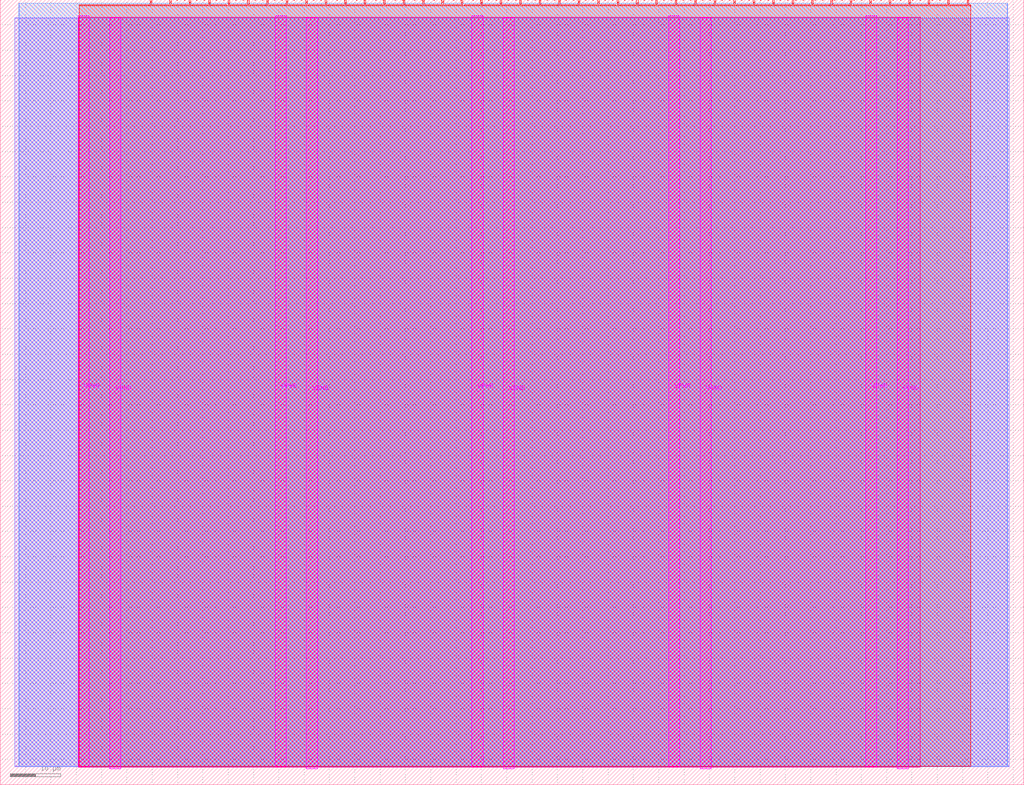
<source format=lef>
VERSION 5.7 ;
  NOWIREEXTENSIONATPIN ON ;
  DIVIDERCHAR "/" ;
  BUSBITCHARS "[]" ;
MACRO tt_um_dranoel06_SAP1
  CLASS BLOCK ;
  FOREIGN tt_um_dranoel06_SAP1 ;
  ORIGIN 0.000 0.000 ;
  SIZE 202.080 BY 154.980 ;
  PIN VGND
    DIRECTION INOUT ;
    USE GROUND ;
    PORT
      LAYER TopMetal1 ;
        RECT 21.580 3.150 23.780 151.420 ;
    END
    PORT
      LAYER TopMetal1 ;
        RECT 60.450 3.150 62.650 151.420 ;
    END
    PORT
      LAYER TopMetal1 ;
        RECT 99.320 3.150 101.520 151.420 ;
    END
    PORT
      LAYER TopMetal1 ;
        RECT 138.190 3.150 140.390 151.420 ;
    END
    PORT
      LAYER TopMetal1 ;
        RECT 177.060 3.150 179.260 151.420 ;
    END
  END VGND
  PIN VPWR
    DIRECTION INOUT ;
    USE POWER ;
    PORT
      LAYER TopMetal1 ;
        RECT 15.380 3.560 17.580 151.830 ;
    END
    PORT
      LAYER TopMetal1 ;
        RECT 54.250 3.560 56.450 151.830 ;
    END
    PORT
      LAYER TopMetal1 ;
        RECT 93.120 3.560 95.320 151.830 ;
    END
    PORT
      LAYER TopMetal1 ;
        RECT 131.990 3.560 134.190 151.830 ;
    END
    PORT
      LAYER TopMetal1 ;
        RECT 170.860 3.560 173.060 151.830 ;
    END
  END VPWR
  PIN clk
    DIRECTION INPUT ;
    USE SIGNAL ;
    ANTENNAGATEAREA 0.725400 ;
    PORT
      LAYER Metal4 ;
        RECT 187.050 153.980 187.350 154.980 ;
    END
  END clk
  PIN ena
    DIRECTION INPUT ;
    USE SIGNAL ;
    PORT
      LAYER Metal4 ;
        RECT 190.890 153.980 191.190 154.980 ;
    END
  END ena
  PIN rst_n
    DIRECTION INPUT ;
    USE SIGNAL ;
    ANTENNAGATEAREA 1.450800 ;
    PORT
      LAYER Metal4 ;
        RECT 183.210 153.980 183.510 154.980 ;
    END
  END rst_n
  PIN ui_in[0]
    DIRECTION INPUT ;
    USE SIGNAL ;
    ANTENNAGATEAREA 0.180700 ;
    PORT
      LAYER Metal4 ;
        RECT 179.370 153.980 179.670 154.980 ;
    END
  END ui_in[0]
  PIN ui_in[1]
    DIRECTION INPUT ;
    USE SIGNAL ;
    ANTENNAGATEAREA 0.180700 ;
    PORT
      LAYER Metal4 ;
        RECT 175.530 153.980 175.830 154.980 ;
    END
  END ui_in[1]
  PIN ui_in[2]
    DIRECTION INPUT ;
    USE SIGNAL ;
    ANTENNAGATEAREA 0.180700 ;
    PORT
      LAYER Metal4 ;
        RECT 171.690 153.980 171.990 154.980 ;
    END
  END ui_in[2]
  PIN ui_in[3]
    DIRECTION INPUT ;
    USE SIGNAL ;
    ANTENNAGATEAREA 0.180700 ;
    PORT
      LAYER Metal4 ;
        RECT 167.850 153.980 168.150 154.980 ;
    END
  END ui_in[3]
  PIN ui_in[4]
    DIRECTION INPUT ;
    USE SIGNAL ;
    ANTENNAGATEAREA 0.180700 ;
    PORT
      LAYER Metal4 ;
        RECT 164.010 153.980 164.310 154.980 ;
    END
  END ui_in[4]
  PIN ui_in[5]
    DIRECTION INPUT ;
    USE SIGNAL ;
    ANTENNAGATEAREA 0.180700 ;
    PORT
      LAYER Metal4 ;
        RECT 160.170 153.980 160.470 154.980 ;
    END
  END ui_in[5]
  PIN ui_in[6]
    DIRECTION INPUT ;
    USE SIGNAL ;
    ANTENNAGATEAREA 0.180700 ;
    PORT
      LAYER Metal4 ;
        RECT 156.330 153.980 156.630 154.980 ;
    END
  END ui_in[6]
  PIN ui_in[7]
    DIRECTION INPUT ;
    USE SIGNAL ;
    ANTENNAGATEAREA 0.180700 ;
    PORT
      LAYER Metal4 ;
        RECT 152.490 153.980 152.790 154.980 ;
    END
  END ui_in[7]
  PIN uio_in[0]
    DIRECTION INPUT ;
    USE SIGNAL ;
    ANTENNAGATEAREA 0.180700 ;
    PORT
      LAYER Metal4 ;
        RECT 148.650 153.980 148.950 154.980 ;
    END
  END uio_in[0]
  PIN uio_in[1]
    DIRECTION INPUT ;
    USE SIGNAL ;
    ANTENNAGATEAREA 0.180700 ;
    PORT
      LAYER Metal4 ;
        RECT 144.810 153.980 145.110 154.980 ;
    END
  END uio_in[1]
  PIN uio_in[2]
    DIRECTION INPUT ;
    USE SIGNAL ;
    ANTENNAGATEAREA 0.180700 ;
    PORT
      LAYER Metal4 ;
        RECT 140.970 153.980 141.270 154.980 ;
    END
  END uio_in[2]
  PIN uio_in[3]
    DIRECTION INPUT ;
    USE SIGNAL ;
    ANTENNAGATEAREA 0.180700 ;
    PORT
      LAYER Metal4 ;
        RECT 137.130 153.980 137.430 154.980 ;
    END
  END uio_in[3]
  PIN uio_in[4]
    DIRECTION INPUT ;
    USE SIGNAL ;
    PORT
      LAYER Metal4 ;
        RECT 133.290 153.980 133.590 154.980 ;
    END
  END uio_in[4]
  PIN uio_in[5]
    DIRECTION INPUT ;
    USE SIGNAL ;
    PORT
      LAYER Metal4 ;
        RECT 129.450 153.980 129.750 154.980 ;
    END
  END uio_in[5]
  PIN uio_in[6]
    DIRECTION INPUT ;
    USE SIGNAL ;
    PORT
      LAYER Metal4 ;
        RECT 125.610 153.980 125.910 154.980 ;
    END
  END uio_in[6]
  PIN uio_in[7]
    DIRECTION INPUT ;
    USE SIGNAL ;
    ANTENNAGATEAREA 0.180700 ;
    PORT
      LAYER Metal4 ;
        RECT 121.770 153.980 122.070 154.980 ;
    END
  END uio_in[7]
  PIN uio_oe[0]
    DIRECTION OUTPUT ;
    USE SIGNAL ;
    ANTENNADIFFAREA 0.299200 ;
    PORT
      LAYER Metal4 ;
        RECT 56.490 153.980 56.790 154.980 ;
    END
  END uio_oe[0]
  PIN uio_oe[1]
    DIRECTION OUTPUT ;
    USE SIGNAL ;
    ANTENNADIFFAREA 0.299200 ;
    PORT
      LAYER Metal4 ;
        RECT 52.650 153.980 52.950 154.980 ;
    END
  END uio_oe[1]
  PIN uio_oe[2]
    DIRECTION OUTPUT ;
    USE SIGNAL ;
    ANTENNADIFFAREA 0.299200 ;
    PORT
      LAYER Metal4 ;
        RECT 48.810 153.980 49.110 154.980 ;
    END
  END uio_oe[2]
  PIN uio_oe[3]
    DIRECTION OUTPUT ;
    USE SIGNAL ;
    ANTENNADIFFAREA 0.299200 ;
    PORT
      LAYER Metal4 ;
        RECT 44.970 153.980 45.270 154.980 ;
    END
  END uio_oe[3]
  PIN uio_oe[4]
    DIRECTION OUTPUT ;
    USE SIGNAL ;
    ANTENNADIFFAREA 0.299200 ;
    PORT
      LAYER Metal4 ;
        RECT 41.130 153.980 41.430 154.980 ;
    END
  END uio_oe[4]
  PIN uio_oe[5]
    DIRECTION OUTPUT ;
    USE SIGNAL ;
    ANTENNADIFFAREA 0.299200 ;
    PORT
      LAYER Metal4 ;
        RECT 37.290 153.980 37.590 154.980 ;
    END
  END uio_oe[5]
  PIN uio_oe[6]
    DIRECTION OUTPUT ;
    USE SIGNAL ;
    ANTENNADIFFAREA 0.299200 ;
    PORT
      LAYER Metal4 ;
        RECT 33.450 153.980 33.750 154.980 ;
    END
  END uio_oe[6]
  PIN uio_oe[7]
    DIRECTION OUTPUT ;
    USE SIGNAL ;
    ANTENNADIFFAREA 0.299200 ;
    PORT
      LAYER Metal4 ;
        RECT 29.610 153.980 29.910 154.980 ;
    END
  END uio_oe[7]
  PIN uio_out[0]
    DIRECTION OUTPUT ;
    USE SIGNAL ;
    ANTENNADIFFAREA 0.299200 ;
    PORT
      LAYER Metal4 ;
        RECT 87.210 153.980 87.510 154.980 ;
    END
  END uio_out[0]
  PIN uio_out[1]
    DIRECTION OUTPUT ;
    USE SIGNAL ;
    ANTENNADIFFAREA 0.299200 ;
    PORT
      LAYER Metal4 ;
        RECT 83.370 153.980 83.670 154.980 ;
    END
  END uio_out[1]
  PIN uio_out[2]
    DIRECTION OUTPUT ;
    USE SIGNAL ;
    ANTENNADIFFAREA 0.299200 ;
    PORT
      LAYER Metal4 ;
        RECT 79.530 153.980 79.830 154.980 ;
    END
  END uio_out[2]
  PIN uio_out[3]
    DIRECTION OUTPUT ;
    USE SIGNAL ;
    ANTENNADIFFAREA 0.299200 ;
    PORT
      LAYER Metal4 ;
        RECT 75.690 153.980 75.990 154.980 ;
    END
  END uio_out[3]
  PIN uio_out[4]
    DIRECTION OUTPUT ;
    USE SIGNAL ;
    ANTENNADIFFAREA 0.299200 ;
    PORT
      LAYER Metal4 ;
        RECT 71.850 153.980 72.150 154.980 ;
    END
  END uio_out[4]
  PIN uio_out[5]
    DIRECTION OUTPUT ;
    USE SIGNAL ;
    ANTENNADIFFAREA 0.299200 ;
    PORT
      LAYER Metal4 ;
        RECT 68.010 153.980 68.310 154.980 ;
    END
  END uio_out[5]
  PIN uio_out[6]
    DIRECTION OUTPUT ;
    USE SIGNAL ;
    ANTENNADIFFAREA 0.299200 ;
    PORT
      LAYER Metal4 ;
        RECT 64.170 153.980 64.470 154.980 ;
    END
  END uio_out[6]
  PIN uio_out[7]
    DIRECTION OUTPUT ;
    USE SIGNAL ;
    ANTENNADIFFAREA 0.299200 ;
    PORT
      LAYER Metal4 ;
        RECT 60.330 153.980 60.630 154.980 ;
    END
  END uio_out[7]
  PIN uo_out[0]
    DIRECTION OUTPUT ;
    USE SIGNAL ;
    ANTENNAGATEAREA 0.109200 ;
    ANTENNADIFFAREA 0.632400 ;
    PORT
      LAYER Metal4 ;
        RECT 117.930 153.980 118.230 154.980 ;
    END
  END uo_out[0]
  PIN uo_out[1]
    DIRECTION OUTPUT ;
    USE SIGNAL ;
    ANTENNAGATEAREA 0.109200 ;
    ANTENNADIFFAREA 0.716100 ;
    PORT
      LAYER Metal4 ;
        RECT 114.090 153.980 114.390 154.980 ;
    END
  END uo_out[1]
  PIN uo_out[2]
    DIRECTION OUTPUT ;
    USE SIGNAL ;
    ANTENNAGATEAREA 0.109200 ;
    ANTENNADIFFAREA 0.716100 ;
    PORT
      LAYER Metal4 ;
        RECT 110.250 153.980 110.550 154.980 ;
    END
  END uo_out[2]
  PIN uo_out[3]
    DIRECTION OUTPUT ;
    USE SIGNAL ;
    ANTENNAGATEAREA 0.109200 ;
    ANTENNADIFFAREA 0.716100 ;
    PORT
      LAYER Metal4 ;
        RECT 106.410 153.980 106.710 154.980 ;
    END
  END uo_out[3]
  PIN uo_out[4]
    DIRECTION OUTPUT ;
    USE SIGNAL ;
    ANTENNAGATEAREA 0.109200 ;
    ANTENNADIFFAREA 0.632400 ;
    PORT
      LAYER Metal4 ;
        RECT 102.570 153.980 102.870 154.980 ;
    END
  END uo_out[4]
  PIN uo_out[5]
    DIRECTION OUTPUT ;
    USE SIGNAL ;
    ANTENNAGATEAREA 0.109200 ;
    ANTENNADIFFAREA 0.632400 ;
    PORT
      LAYER Metal4 ;
        RECT 98.730 153.980 99.030 154.980 ;
    END
  END uo_out[5]
  PIN uo_out[6]
    DIRECTION OUTPUT ;
    USE SIGNAL ;
    ANTENNAGATEAREA 0.109200 ;
    ANTENNADIFFAREA 0.632400 ;
    PORT
      LAYER Metal4 ;
        RECT 94.890 153.980 95.190 154.980 ;
    END
  END uo_out[6]
  PIN uo_out[7]
    DIRECTION OUTPUT ;
    USE SIGNAL ;
    ANTENNAGATEAREA 0.109200 ;
    ANTENNADIFFAREA 0.632400 ;
    PORT
      LAYER Metal4 ;
        RECT 91.050 153.980 91.350 154.980 ;
    END
  END uo_out[7]
  OBS
      LAYER GatPoly ;
        RECT 2.880 3.630 199.200 151.350 ;
      LAYER Metal1 ;
        RECT 2.880 3.560 199.200 151.420 ;
      LAYER Metal2 ;
        RECT 3.735 3.635 198.825 154.285 ;
      LAYER Metal3 ;
        RECT 3.695 3.680 198.865 154.240 ;
      LAYER Metal4 ;
        RECT 15.560 153.770 29.400 153.980 ;
        RECT 30.120 153.770 33.240 153.980 ;
        RECT 33.960 153.770 37.080 153.980 ;
        RECT 37.800 153.770 40.920 153.980 ;
        RECT 41.640 153.770 44.760 153.980 ;
        RECT 45.480 153.770 48.600 153.980 ;
        RECT 49.320 153.770 52.440 153.980 ;
        RECT 53.160 153.770 56.280 153.980 ;
        RECT 57.000 153.770 60.120 153.980 ;
        RECT 60.840 153.770 63.960 153.980 ;
        RECT 64.680 153.770 67.800 153.980 ;
        RECT 68.520 153.770 71.640 153.980 ;
        RECT 72.360 153.770 75.480 153.980 ;
        RECT 76.200 153.770 79.320 153.980 ;
        RECT 80.040 153.770 83.160 153.980 ;
        RECT 83.880 153.770 87.000 153.980 ;
        RECT 87.720 153.770 90.840 153.980 ;
        RECT 91.560 153.770 94.680 153.980 ;
        RECT 95.400 153.770 98.520 153.980 ;
        RECT 99.240 153.770 102.360 153.980 ;
        RECT 103.080 153.770 106.200 153.980 ;
        RECT 106.920 153.770 110.040 153.980 ;
        RECT 110.760 153.770 113.880 153.980 ;
        RECT 114.600 153.770 117.720 153.980 ;
        RECT 118.440 153.770 121.560 153.980 ;
        RECT 122.280 153.770 125.400 153.980 ;
        RECT 126.120 153.770 129.240 153.980 ;
        RECT 129.960 153.770 133.080 153.980 ;
        RECT 133.800 153.770 136.920 153.980 ;
        RECT 137.640 153.770 140.760 153.980 ;
        RECT 141.480 153.770 144.600 153.980 ;
        RECT 145.320 153.770 148.440 153.980 ;
        RECT 149.160 153.770 152.280 153.980 ;
        RECT 153.000 153.770 156.120 153.980 ;
        RECT 156.840 153.770 159.960 153.980 ;
        RECT 160.680 153.770 163.800 153.980 ;
        RECT 164.520 153.770 167.640 153.980 ;
        RECT 168.360 153.770 171.480 153.980 ;
        RECT 172.200 153.770 175.320 153.980 ;
        RECT 176.040 153.770 179.160 153.980 ;
        RECT 179.880 153.770 183.000 153.980 ;
        RECT 183.720 153.770 186.840 153.980 ;
        RECT 187.560 153.770 190.680 153.980 ;
        RECT 191.400 153.770 191.620 153.980 ;
        RECT 15.560 3.635 191.620 153.770 ;
      LAYER Metal5 ;
        RECT 15.515 3.470 181.585 151.510 ;
  END
END tt_um_dranoel06_SAP1
END LIBRARY


</source>
